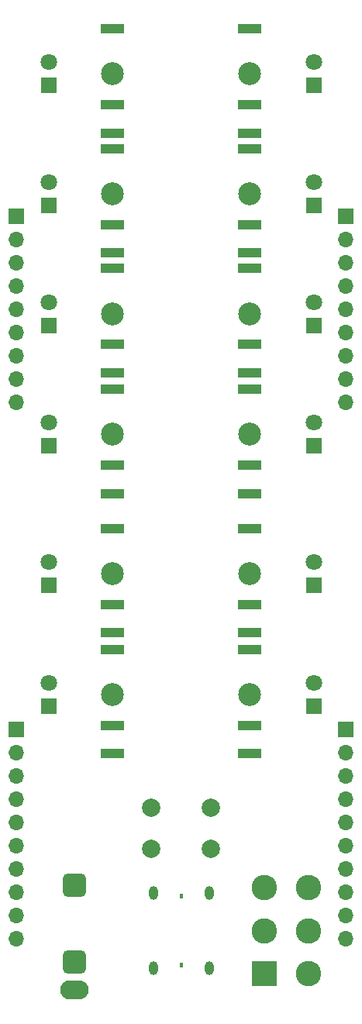
<source format=gbr>
G04 #@! TF.GenerationSoftware,KiCad,Pcbnew,8.0.4*
G04 #@! TF.CreationDate,2024-08-08T14:54:58+01:00*
G04 #@! TF.ProjectId,MidiMonger_controls,4d696469-4d6f-46e6-9765-725f636f6e74,rev?*
G04 #@! TF.SameCoordinates,Original*
G04 #@! TF.FileFunction,Soldermask,Bot*
G04 #@! TF.FilePolarity,Negative*
%FSLAX46Y46*%
G04 Gerber Fmt 4.6, Leading zero omitted, Abs format (unit mm)*
G04 Created by KiCad (PCBNEW 8.0.4) date 2024-08-08 14:54:58*
%MOMM*%
%LPD*%
G01*
G04 APERTURE LIST*
G04 Aperture macros list*
%AMRoundRect*
0 Rectangle with rounded corners*
0 $1 Rounding radius*
0 $2 $3 $4 $5 $6 $7 $8 $9 X,Y pos of 4 corners*
0 Add a 4 corners polygon primitive as box body*
4,1,4,$2,$3,$4,$5,$6,$7,$8,$9,$2,$3,0*
0 Add four circle primitives for the rounded corners*
1,1,$1+$1,$2,$3*
1,1,$1+$1,$4,$5*
1,1,$1+$1,$6,$7*
1,1,$1+$1,$8,$9*
0 Add four rect primitives between the rounded corners*
20,1,$1+$1,$2,$3,$4,$5,0*
20,1,$1+$1,$4,$5,$6,$7,0*
20,1,$1+$1,$6,$7,$8,$9,0*
20,1,$1+$1,$8,$9,$2,$3,0*%
G04 Aperture macros list end*
%ADD10R,1.700000X1.700000*%
%ADD11O,1.700000X1.700000*%
%ADD12R,1.800000X1.800000*%
%ADD13C,1.800000*%
%ADD14C,2.500000*%
%ADD15R,2.500000X1.000000*%
%ADD16C,2.000000*%
%ADD17O,0.400000X0.600000*%
%ADD18O,1.000000X1.500000*%
%ADD19R,2.775000X2.775000*%
%ADD20C,2.775000*%
%ADD21RoundRect,0.650000X-0.650000X-0.650000X0.650000X-0.650000X0.650000X0.650000X-0.650000X0.650000X0*%
%ADD22O,3.100000X2.100000*%
G04 APERTURE END LIST*
D10*
X138000000Y-124000000D03*
D11*
X138000000Y-126540000D03*
X138000000Y-129080000D03*
X138000000Y-131620000D03*
X138000000Y-134160000D03*
X138000000Y-136700000D03*
X138000000Y-139240000D03*
X138000000Y-141780000D03*
X138000000Y-144320000D03*
X138000000Y-146860000D03*
D10*
X102000000Y-124000000D03*
D11*
X102000000Y-126540000D03*
X102000000Y-129080000D03*
X102000000Y-131620000D03*
X102000000Y-134160000D03*
X102000000Y-136700000D03*
X102000000Y-139240000D03*
X102000000Y-141780000D03*
X102000000Y-144320000D03*
X102000000Y-146860000D03*
D10*
X138000000Y-68000000D03*
D11*
X138000000Y-70540000D03*
X138000000Y-73080000D03*
X138000000Y-75620000D03*
X138000000Y-78160000D03*
X138000000Y-80700000D03*
X138000000Y-83240000D03*
X138000000Y-85780000D03*
X138000000Y-88320000D03*
D10*
X102000000Y-68000000D03*
D11*
X102000000Y-70540000D03*
X102000000Y-73080000D03*
X102000000Y-75620000D03*
X102000000Y-78160000D03*
X102000000Y-80700000D03*
X102000000Y-83240000D03*
X102000000Y-85780000D03*
X102000000Y-88320000D03*
D12*
X134500000Y-53670000D03*
D13*
X134500000Y-51130000D03*
D12*
X134500000Y-66770000D03*
D13*
X134500000Y-64230000D03*
D12*
X134500000Y-93070000D03*
D13*
X134500000Y-90530000D03*
D12*
X105500000Y-66770000D03*
D13*
X105500000Y-64230000D03*
D12*
X105500000Y-79870000D03*
D13*
X105500000Y-77330000D03*
D12*
X105500000Y-93070000D03*
D13*
X105500000Y-90530000D03*
D12*
X134500000Y-108270000D03*
D13*
X134500000Y-105730000D03*
D12*
X105500000Y-121470000D03*
D13*
X105500000Y-118930000D03*
D14*
X127500000Y-78600000D03*
D15*
X127500000Y-85080000D03*
X127500000Y-81980000D03*
X127500000Y-73680000D03*
D14*
X127500000Y-91800000D03*
D15*
X127500000Y-98280000D03*
X127500000Y-95180000D03*
X127500000Y-86880000D03*
D14*
X127500000Y-52400000D03*
D15*
X127500000Y-58880000D03*
X127500000Y-55780000D03*
X127500000Y-47480000D03*
D14*
X127500000Y-65500000D03*
D15*
X127500000Y-71980000D03*
X127500000Y-68880000D03*
X127500000Y-60580000D03*
D14*
X127500000Y-107000000D03*
D15*
X127500000Y-113480000D03*
X127500000Y-110380000D03*
X127500000Y-102080000D03*
D14*
X112500000Y-65500000D03*
D15*
X112500000Y-71980000D03*
X112500000Y-68880000D03*
X112500000Y-60580000D03*
D14*
X127500000Y-120200000D03*
D15*
X127500000Y-126680000D03*
X127500000Y-123580000D03*
X127500000Y-115280000D03*
D12*
X134500000Y-121470000D03*
D13*
X134500000Y-118930000D03*
D14*
X112500000Y-91800000D03*
D15*
X112500000Y-98280000D03*
X112500000Y-95180000D03*
X112500000Y-86880000D03*
D12*
X134500000Y-79870000D03*
D13*
X134500000Y-77330000D03*
D14*
X112500000Y-78600000D03*
D15*
X112500000Y-85080000D03*
X112500000Y-81980000D03*
X112500000Y-73680000D03*
D14*
X112500000Y-120200000D03*
D15*
X112500000Y-126680000D03*
X112500000Y-123580000D03*
X112500000Y-115280000D03*
D12*
X105500000Y-108270000D03*
D13*
X105500000Y-105730000D03*
D12*
X105500000Y-53670000D03*
D13*
X105500000Y-51130000D03*
D14*
X112500000Y-52400000D03*
D15*
X112500000Y-58880000D03*
X112500000Y-55780000D03*
X112500000Y-47480000D03*
D14*
X112500000Y-107000000D03*
D15*
X112500000Y-113480000D03*
X112500000Y-110380000D03*
X112500000Y-102080000D03*
D16*
X116750000Y-132550000D03*
X123250000Y-132550000D03*
X116750000Y-137050000D03*
X123250000Y-137050000D03*
D17*
X120000000Y-142225000D03*
X120000000Y-149775000D03*
D18*
X123070000Y-141900000D03*
X116930000Y-141900000D03*
X123070000Y-150100000D03*
X116930000Y-150100000D03*
D19*
X129085000Y-150700000D03*
D20*
X129085000Y-146000000D03*
X129085000Y-141300000D03*
X133915000Y-150700000D03*
X133915000Y-146000000D03*
X133915000Y-141300000D03*
D21*
X108300000Y-149380000D03*
D22*
X108300000Y-152480000D03*
D21*
X108300000Y-141080000D03*
M02*

</source>
